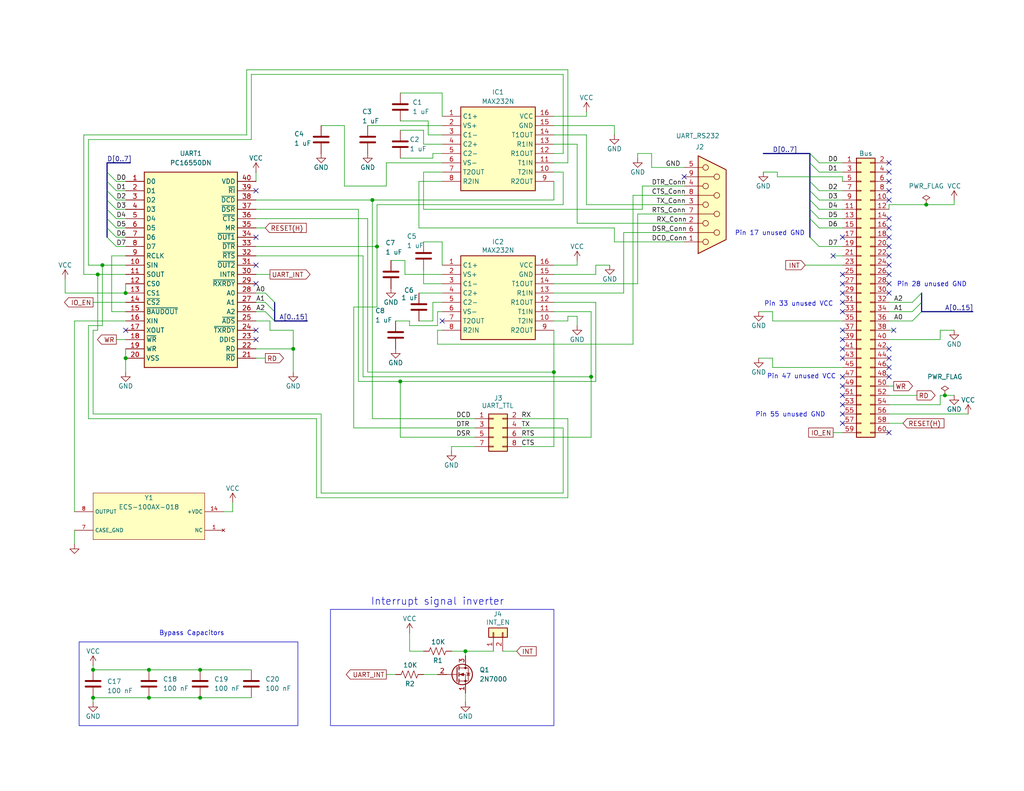
<source format=kicad_sch>
(kicad_sch (version 20231120) (generator "eeschema") (generator_version "8.0")
  (paper "A")
  (title_block (title "Kludge Serial Card") (rev "1.0"))
  (lib_symbols
    (symbol "Connector:DE9_Receptacle" (pin_names (offset 1.016) hide)
      (property "Reference" "J" (at 0 13.97 0))
      (property "Value" "DE9_Receptacle" (at 0 -14.605 0))
      (symbol "DE9_Receptacle_1_1"
        (pin passive line (at -7.62 10.16 0) (length 3.81) (name "1") (number "1"))
        (pin passive line (at -7.62 5.08 0) (length 3.81) (name "2") (number "2"))
        (pin passive line (at -7.62 0 0) (length 3.81) (name "3") (number "3"))
        (pin passive line (at -7.62 -5.08 0) (length 3.81) (name "4") (number "4"))
        (pin passive line (at -7.62 -10.16 0) (length 3.81) (name "5") (number "5"))
        (pin passive line (at -7.62 7.62 0) (length 3.81) (name "6") (number "6"))
        (pin passive line (at -7.62 2.54 0) (length 3.81) (name "7") (number "7"))
        (pin passive line (at -7.62 -2.54 0) (length 3.81) (name "8") (number "8"))
        (pin passive line (at -7.62 -7.62 0) (length 3.81) (name "9") (number "9"))
      )
    )
    (symbol "Connector_Generic:Conn_01x02" (pin_names (offset 1.016) hide)
      (property "Reference" "J" (at 0 2.54 0))
      (property "Value" "Conn_01x02" (at 0 -5.08 0))
      (symbol "Conn_01x02_1_1"
        (pin passive line (at -5.08 0 0) (length 3.81) (name "Pin_1") (number "1"))
        (pin passive line (at -5.08 -2.54 0) (length 3.81) (name "Pin_2") (number "2"))
      )
    )
    (symbol "Connector_Generic:Conn_02x04_Odd_Even" (pin_names (offset 1.016) hide)
      (property "Reference" "J" (at 1.27 5.08 0))
      (property "Value" "Conn_02x04_Odd_Even" (at 1.27 -7.62 0))
      (symbol "Conn_02x04_Odd_Even_1_1"
        (pin passive line (at -5.08 2.54 0) (length 3.81) (name "Pin_1") (number "1"))
        (pin passive line (at 7.62 2.54 180) (length 3.81) (name "Pin_2") (number "2"))
        (pin passive line (at -5.08 0 0) (length 3.81) (name "Pin_3") (number "3"))
        (pin passive line (at 7.62 0 180) (length 3.81) (name "Pin_4") (number "4"))
        (pin passive line (at -5.08 -2.54 0) (length 3.81) (name "Pin_5") (number "5"))
        (pin passive line (at 7.62 -2.54 180) (length 3.81) (name "Pin_6") (number "6"))
        (pin passive line (at -5.08 -5.08 0) (length 3.81) (name "Pin_7") (number "7"))
        (pin passive line (at 7.62 -5.08 180) (length 3.81) (name "Pin_8") (number "8"))
      )
    )
    (symbol "Connector_Generic:Conn_02x30_Odd_Even" (pin_names (offset 1.016) hide)
      (property "Reference" "J" (at 1.27 38.1 0))
      (property "Value" "Conn_02x30_Odd_Even" (at 1.27 -40.64 0))
      (symbol "Conn_02x30_Odd_Even_1_1"
        (pin passive line (at -5.08 35.56 0) (length 3.81) (name "Pin_1") (number "1"))
        (pin passive line (at 7.62 25.4 180) (length 3.81) (name "Pin_10") (number "10"))
        (pin passive line (at -5.08 22.86 0) (length 3.81) (name "Pin_11") (number "11"))
        (pin passive line (at 7.62 22.86 180) (length 3.81) (name "Pin_12") (number "12"))
        (pin passive line (at -5.08 20.32 0) (length 3.81) (name "Pin_13") (number "13"))
        (pin passive line (at 7.62 20.32 180) (length 3.81) (name "Pin_14") (number "14"))
        (pin passive line (at -5.08 17.78 0) (length 3.81) (name "Pin_15") (number "15"))
        (pin passive line (at 7.62 17.78 180) (length 3.81) (name "Pin_16") (number "16"))
        (pin passive line (at -5.08 15.24 0) (length 3.81) (name "Pin_17") (number "17"))
        (pin passive line (at 7.62 15.24 180) (length 3.81) (name "Pin_18") (number "18"))
        (pin passive line (at -5.08 12.7 0) (length 3.81) (name "Pin_19") (number "19"))
        (pin passive line (at 7.62 35.56 180) (length 3.81) (name "Pin_2") (number "2"))
        (pin passive line (at 7.62 12.7 180) (length 3.81) (name "Pin_20") (number "20"))
        (pin passive line (at -5.08 10.16 0) (length 3.81) (name "Pin_21") (number "21"))
        (pin passive line (at 7.62 10.16 180) (length 3.81) (name "Pin_22") (number "22"))
        (pin passive line (at -5.08 7.62 0) (length 3.81) (name "Pin_23") (number "23"))
        (pin passive line (at 7.62 7.62 180) (length 3.81) (name "Pin_24") (number "24"))
        (pin passive line (at -5.08 5.08 0) (length 3.81) (name "Pin_25") (number "25"))
        (pin passive line (at 7.62 5.08 180) (length 3.81) (name "Pin_26") (number "26"))
        (pin passive line (at -5.08 2.54 0) (length 3.81) (name "Pin_27") (number "27"))
        (pin passive line (at 7.62 2.54 180) (length 3.81) (name "Pin_28") (number "28"))
        (pin passive line (at -5.08 0 0) (length 3.81) (name "Pin_29") (number "29"))
        (pin passive line (at -5.08 33.02 0) (length 3.81) (name "Pin_3") (number "3"))
        (pin passive line (at 7.62 0 180) (length 3.81) (name "Pin_30") (number "30"))
        (pin passive line (at -5.08 -2.54 0) (length 3.81) (name "Pin_31") (number "31"))
        (pin passive line (at 7.62 -2.54 180) (length 3.81) (name "Pin_32") (number "32"))
        (pin passive line (at -5.08 -5.08 0) (length 3.81) (name "Pin_33") (number "33"))
        (pin passive line (at 7.62 -5.08 180) (length 3.81) (name "Pin_34") (number "34"))
        (pin passive line (at -5.08 -7.62 0) (length 3.81) (name "Pin_35") (number "35"))
        (pin passive line (at 7.62 -7.62 180) (length 3.81) (name "Pin_36") (number "36"))
        (pin passive line (at -5.08 -10.16 0) (length 3.81) (name "Pin_37") (number "37"))
        (pin passive line (at 7.62 -10.16 180) (length 3.81) (name "Pin_38") (number "38"))
        (pin passive line (at -5.08 -12.7 0) (length 3.81) (name "Pin_39") (number "39"))
        (pin passive line (at 7.62 33.02 180) (length 3.81) (name "Pin_4") (number "4"))
        (pin passive line (at 7.62 -12.7 180) (length 3.81) (name "Pin_40") (number "40"))
        (pin passive line (at -5.08 -15.24 0) (length 3.81) (name "Pin_41") (number "41"))
        (pin passive line (at 7.62 -15.24 180) (length 3.81) (name "Pin_42") (number "42"))
        (pin passive line (at -5.08 -17.78 0) (length 3.81) (name "Pin_43") (number "43"))
        (pin passive line (at 7.62 -17.78 180) (length 3.81) (name "Pin_44") (number "44"))
        (pin passive line (at -5.08 -20.32 0) (length 3.81) (name "Pin_45") (number "45"))
        (pin passive line (at 7.62 -20.32 180) (length 3.81) (name "Pin_46") (number "46"))
        (pin passive line (at -5.08 -22.86 0) (length 3.81) (name "Pin_47") (number "47"))
        (pin passive line (at 7.62 -22.86 180) (length 3.81) (name "Pin_48") (number "48"))
        (pin passive line (at -5.08 -25.4 0) (length 3.81) (name "Pin_49") (number "49"))
        (pin passive line (at -5.08 30.48 0) (length 3.81) (name "Pin_5") (number "5"))
        (pin passive line (at 7.62 -25.4 180) (length 3.81) (name "Pin_50") (number "50"))
        (pin passive line (at -5.08 -27.94 0) (length 3.81) (name "Pin_51") (number "51"))
        (pin passive line (at 7.62 -27.94 180) (length 3.81) (name "Pin_52") (number "52"))
        (pin passive line (at -5.08 -30.48 0) (length 3.81) (name "Pin_53") (number "53"))
        (pin passive line (at 7.62 -30.48 180) (length 3.81) (name "Pin_54") (number "54"))
        (pin passive line (at -5.08 -33.02 0) (length 3.81) (name "Pin_55") (number "55"))
        (pin passive line (at 7.62 -33.02 180) (length 3.81) (name "Pin_56") (number "56"))
        (pin passive line (at -5.08 -35.56 0) (length 3.81) (name "Pin_57") (number "57"))
        (pin passive line (at 7.62 -35.56 180) (length 3.81) (name "Pin_58") (number "58"))
        (pin passive line (at -5.08 -38.1 0) (length 3.81) (name "Pin_59") (number "59"))
        (pin passive line (at 7.62 30.48 180) (length 3.81) (name "Pin_6") (number "6"))
        (pin passive line (at 7.62 -38.1 180) (length 3.81) (name "Pin_60") (number "60"))
        (pin passive line (at -5.08 27.94 0) (length 3.81) (name "Pin_7") (number "7"))
        (pin passive line (at 7.62 27.94 180) (length 3.81) (name "Pin_8") (number "8"))
        (pin passive line (at -5.08 25.4 0) (length 3.81) (name "Pin_9") (number "9"))
      )
    )
    (symbol "Device:C" (pin_numbers hide) (pin_names (offset 0.254))
      (property "Reference" "C" (at 0.635 2.54 0))
      (property "Value" "C" (at 0.635 -2.54 0))
      (symbol "C_1_1"
        (pin passive line (at 0 3.81 270) (length 2.794) (name "~") (number "1"))
        (pin passive line (at 0 -3.81 90) (length 2.794) (name "~") (number "2"))
      )
    )
    (symbol "Device:R_US" (pin_numbers hide) (pin_names (offset 0))
      (property "Reference" "R" (at 2.54 0 90))
      (property "Value" "R_US" (at -2.54 0 90))
      (symbol "R_US_1_1"
        (pin passive line (at 0 3.81 270) (length 1.27) (name "~") (number "1"))
        (pin passive line (at 0 -3.81 90) (length 1.27) (name "~") (number "2"))
      )
    )
    (symbol "Transistor_FET:2N7000" (pin_names hide)
      (property "Reference" "Q" (at 5.08 1.905 0))
      (property "Value" "2N7000" (at 5.08 0 0))
      (symbol "2N7000_1_1"
        (pin passive line (at 2.54 -5.08 90) (length 2.54) (name "S") (number "1"))
        (pin input line (at -5.08 0 0) (length 2.54) (name "G") (number "2"))
        (pin passive line (at 2.54 5.08 270) (length 2.54) (name "D") (number "3"))
      )
    )
    (symbol "Z80-Parts:ECS-100AX-018"
      (property "Reference" "U" (at 0 7.112 0))
      (symbol "ECS-100AX-018_0_0"
        (pin input line (at -20.32 1.27 0) (length 5.08) (name "+VDC") (number "14"))
        (pin power_in line (at 20.32 -3.81 180) (length 5.08) (name "CASE_GND") (number "7"))
        (pin output line (at 20.32 1.27 180) (length 5.08) (name "OUTPUT") (number "8"))
      )
      (symbol "ECS-100AX-018_1_0"
        (pin no_connect line (at -20.32 -3.81 0) (length 5.08) (name "NC") (number "1"))
      )
    )
    (symbol "Z80-Parts:MAX232N"
      (property "Reference" "IC" (at 26.67 7.62 0))
      (property "Value" "MAX232N" (at 26.67 5.08 0))
      (symbol "MAX232N_1_1"
        (pin passive line (at 0 0 0) (length 5.08) (name "C1+") (number "1"))
        (pin passive line (at 30.48 -15.24 180) (length 5.08) (name "T2IN") (number "10"))
        (pin passive line (at 30.48 -12.7 180) (length 5.08) (name "T1IN") (number "11"))
        (pin passive line (at 30.48 -10.16 180) (length 5.08) (name "R1OUT") (number "12"))
        (pin passive line (at 30.48 -7.62 180) (length 5.08) (name "R1IN") (number "13"))
        (pin passive line (at 30.48 -5.08 180) (length 5.08) (name "T1OUT") (number "14"))
        (pin passive line (at 30.48 -2.54 180) (length 5.08) (name "GND") (number "15"))
        (pin passive line (at 30.48 0 180) (length 5.08) (name "VCC") (number "16"))
        (pin passive line (at 0 -2.54 0) (length 5.08) (name "VS+") (number "2"))
        (pin passive line (at 0 -5.08 0) (length 5.08) (name "C1-") (number "3"))
        (pin passive line (at 0 -7.62 0) (length 5.08) (name "C2+") (number "4"))
        (pin passive line (at 0 -10.16 0) (length 5.08) (name "C2-") (number "5"))
        (pin passive line (at 0 -12.7 0) (length 5.08) (name "VS-") (number "6"))
        (pin passive line (at 0 -15.24 0) (length 5.08) (name "T2OUT") (number "7"))
        (pin passive line (at 0 -17.78 0) (length 5.08) (name "R2IN") (number "8"))
        (pin passive line (at 30.48 -17.78 180) (length 5.08) (name "R2OUT") (number "9"))
      )
    )
    (symbol "Z80-Parts:PC16550DN_NOPB"
      (property "Reference" "IC" (at 31.75 7.62 0))
      (property "Value" "PC16550DN_NOPB" (at 31.75 5.08 0))
      (symbol "PC16550DN_NOPB_1_1"
        (pin passive line (at 0 0 0) (length 5.08) (name "D0") (number "1"))
        (pin passive line (at 0 -22.86 0) (length 5.08) (name "SIN") (number "10"))
        (pin passive line (at 0 -25.4 0) (length 5.08) (name "SOUT") (number "11"))
        (pin passive line (at 0 -27.94 0) (length 5.08) (name "CS0") (number "12"))
        (pin passive line (at 0 -30.48 0) (length 5.08) (name "CS1") (number "13"))
        (pin passive line (at 0 -33.02 0) (length 5.08) (name "~{CS2}") (number "14"))
        (pin passive line (at 0 -35.56 0) (length 5.08) (name "~{BAUDOUT}") (number "15"))
        (pin passive line (at 0 -38.1 0) (length 5.08) (name "XIN") (number "16"))
        (pin passive line (at 0 -40.64 0) (length 5.08) (name "XOUT") (number "17"))
        (pin passive line (at 0 -43.18 0) (length 5.08) (name "~{WR}") (number "18"))
        (pin passive line (at 0 -45.72 0) (length 5.08) (name "WR") (number "19"))
        (pin passive line (at 0 -2.54 0) (length 5.08) (name "D1") (number "2"))
        (pin passive line (at 0 -48.26 0) (length 5.08) (name "VSS") (number "20"))
        (pin passive line (at 35.56 -48.26 180) (length 5.08) (name "~{RD}") (number "21"))
        (pin passive line (at 35.56 -45.72 180) (length 5.08) (name "RD") (number "22"))
        (pin passive line (at 35.56 -43.18 180) (length 5.08) (name "DDIS") (number "23"))
        (pin passive line (at 35.56 -40.64 180) (length 5.08) (name "~{TXRDY}") (number "24"))
        (pin passive line (at 35.56 -38.1 180) (length 5.08) (name "~{ADS}") (number "25"))
        (pin passive line (at 35.56 -35.56 180) (length 5.08) (name "A2") (number "26"))
        (pin passive line (at 35.56 -33.02 180) (length 5.08) (name "A1") (number "27"))
        (pin passive line (at 35.56 -30.48 180) (length 5.08) (name "A0") (number "28"))
        (pin passive line (at 35.56 -27.94 180) (length 5.08) (name "~{RXRDY}") (number "29"))
        (pin passive line (at 0 -5.08 0) (length 5.08) (name "D2") (number "3"))
        (pin passive line (at 35.56 -25.4 180) (length 5.08) (name "INTR") (number "30"))
        (pin passive line (at 35.56 -22.86 180) (length 5.08) (name "~{OUT2}") (number "31"))
        (pin passive line (at 35.56 -20.32 180) (length 5.08) (name "~{RTS}") (number "32"))
        (pin passive line (at 35.56 -17.78 180) (length 5.08) (name "~{DTR}") (number "33"))
        (pin passive line (at 35.56 -15.24 180) (length 5.08) (name "~{OUT1}") (number "34"))
        (pin passive line (at 35.56 -12.7 180) (length 5.08) (name "MR") (number "35"))
        (pin passive line (at 35.56 -10.16 180) (length 5.08) (name "~{CTS}") (number "36"))
        (pin passive line (at 35.56 -7.62 180) (length 5.08) (name "~{DSR}") (number "37"))
        (pin passive line (at 35.56 -5.08 180) (length 5.08) (name "~{DCD}") (number "38"))
        (pin passive line (at 35.56 -2.54 180) (length 5.08) (name "~{RI}") (number "39"))
        (pin passive line (at 0 -7.62 0) (length 5.08) (name "D3") (number "4"))
        (pin passive line (at 35.56 0 180) (length 5.08) (name "VDD") (number "40"))
        (pin passive line (at 0 -10.16 0) (length 5.08) (name "D4") (number "5"))
        (pin passive line (at 0 -12.7 0) (length 5.08) (name "D5") (number "6"))
        (pin passive line (at 0 -15.24 0) (length 5.08) (name "D6") (number "7"))
        (pin passive line (at 0 -17.78 0) (length 5.08) (name "D7") (number "8"))
        (pin passive line (at 0 -20.32 0) (length 5.08) (name "RCLK") (number "9"))
      )
    )
    (symbol "power:GND" (power) (pin_numbers hide) (pin_names (offset 0) hide)
      (property "Value" "GND" (at 0 -3.81 0))
      (symbol "GND_1_1"
        (pin power_in line (at 0 0 270) (length 0) (name "~") (number "1"))
      )
    )
    (symbol "power:PWR_FLAG" (power) (pin_numbers hide) (pin_names (offset 0) hide)
      (property "Value" "PWR_FLAG" (at 0 3.81 0))
      (symbol "PWR_FLAG_0_0"
        (pin power_out line (at 0 0 90) (length 0) (name "~") (number "1"))
      )
    )
    (symbol "power:VCC" (power) (pin_numbers hide) (pin_names (offset 0) hide)
      (property "Value" "VCC" (at 0 3.556 0))
      (symbol "VCC_1_1"
        (pin power_in line (at 0 0 90) (length 0) (name "~") (number "1"))
      )
    )
  )
  (junction (at 40.64 182.88))
  (junction (at 54.61 182.88))
  (junction (at 27.94 72.39))
  (junction (at 257.81 107.95))
  (junction (at 252.73 55.88))
  (junction (at 102.87 67.31))
  (junction (at 101.6 54.61))
  (junction (at 109.22 104.14))
  (junction (at 54.61 190.5))
  (junction (at 80.01 95.25))
  (junction (at 161.29 102.87))
  (junction (at 151.13 101.6))
  (junction (at 34.29 80.01))
  (junction (at 34.29 97.79))
  (junction (at 25.4 190.5))
  (junction (at 127 177.8))
  (junction (at 25.4 182.88))
  (junction (at 40.64 190.5))
  (junction (at 26.67 74.93))
  (no_connect (at 242.57 80.01))
  (no_connect (at 229.87 97.79))
  (no_connect (at 242.57 64.77))
  (no_connect (at 242.57 118.11))
  (no_connect (at 229.87 92.71))
  (no_connect (at 229.87 102.87))
  (no_connect (at 242.57 95.25))
  (no_connect (at 229.87 90.17))
  (no_connect (at 229.87 105.41))
  (no_connect (at 186.69 48.26))
  (no_connect (at 242.57 59.69))
  (no_connect (at 229.87 77.47))
  (no_connect (at 242.57 74.93))
  (no_connect (at 242.57 69.85))
  (no_connect (at 69.85 77.47))
  (no_connect (at 242.57 44.45))
  (no_connect (at 242.57 67.31))
  (no_connect (at 229.87 80.01))
  (no_connect (at 242.57 72.39))
  (no_connect (at 243.84 90.17))
  (no_connect (at 229.87 115.57))
  (no_connect (at 227.33 69.85))
  (no_connect (at 229.87 64.77))
  (no_connect (at 229.87 95.25))
  (no_connect (at 229.87 82.55))
  (no_connect (at 229.87 110.49))
  (no_connect (at 34.29 90.17))
  (no_connect (at 69.85 52.07))
  (no_connect (at 242.57 46.99))
  (no_connect (at 242.57 97.79))
  (no_connect (at 69.85 72.39))
  (no_connect (at 242.57 77.47))
  (no_connect (at 242.57 102.87))
  (no_connect (at 242.57 49.53))
  (no_connect (at 120.65 87.63))
  (no_connect (at 229.87 85.09))
  (no_connect (at 242.57 54.61))
  (no_connect (at 229.87 74.93))
  (no_connect (at 229.87 113.03))
  (no_connect (at 242.57 100.33))
  (no_connect (at 242.57 62.23))
  (no_connect (at 242.57 52.07))
  (no_connect (at 69.85 92.71))
  (no_connect (at 229.87 107.95))
  (no_connect (at 69.85 64.77))
  (no_connect (at 69.85 90.17))
  (bus_entry (at 72.39 85.09) (size 2.54 2.54))
  (bus_entry (at 248.92 85.09) (size 2.54 -2.54))
  (bus_entry (at 29.21 57.15) (size 2.54 2.54))
  (bus_entry (at 220.98 41.91) (size 2.54 2.54))
  (bus_entry (at 220.98 49.53) (size 2.54 2.54))
  (bus_entry (at 29.21 46.99) (size 2.54 2.54))
  (bus_entry (at 29.21 59.69) (size 2.54 2.54))
  (bus_entry (at 220.98 64.77) (size 2.54 2.54))
  (bus_entry (at 72.39 80.01) (size 2.54 2.54))
  (bus_entry (at 220.98 44.45) (size 2.54 2.54))
  (bus_entry (at 29.21 64.77) (size 2.54 2.54))
  (bus_entry (at 220.98 54.61) (size 2.54 2.54))
  (bus_entry (at 220.98 59.69) (size 2.54 2.54))
  (bus_entry (at 29.21 54.61) (size 2.54 2.54))
  (bus_entry (at 248.92 87.63) (size 2.54 -2.54))
  (bus_entry (at 29.21 62.23) (size 2.54 2.54))
  (bus_entry (at 29.21 49.53) (size 2.54 2.54))
  (bus_entry (at 72.39 82.55) (size 2.54 2.54))
  (bus_entry (at 248.92 82.55) (size 2.54 -2.54))
  (bus_entry (at 220.98 52.07) (size 2.54 2.54))
  (bus_entry (at 29.21 52.07) (size 2.54 2.54))
  (bus_entry (at 220.98 57.15) (size 2.54 2.54))
  (wire (pts (xy 229.87 52.07) (xy 223.52 52.07)))
  (wire (pts (xy 54.61 190.5) (xy 68.58 190.5)))
  (wire (pts (xy 242.57 90.17) (xy 243.84 90.17)))
  (wire (pts (xy 153.67 55.88) (xy 102.87 55.88)))
  (wire (pts (xy 109.22 33.02) (xy 116.84 33.02)))
  (wire (pts (xy 170.18 63.5) (xy 170.18 80.01)))
  (wire (pts (xy 110.49 74.93) (xy 110.49 71.12)))
  (wire (pts (xy 242.57 55.88) (xy 252.73 55.88)))
  (wire (pts (xy 31.75 57.15) (xy 34.29 57.15)))
  (wire (pts (xy 212.09 48.26) (xy 212.09 46.99)))
  (wire (pts (xy 154.94 135.89) (xy 154.94 114.3)))
  (wire (pts (xy 27.94 72.39) (xy 27.94 88.9)))
  (wire (pts (xy 109.22 104.14) (xy 97.79 104.14)))
  (wire (pts (xy 256.54 92.71) (xy 256.54 90.17)))
  (wire (pts (xy 102.87 55.88) (xy 102.87 67.31)))
  (wire (pts (xy 256.54 90.17) (xy 260.35 90.17)))
  (wire (pts (xy 115.57 184.15) (xy 119.38 184.15)))
  (wire (pts (xy 248.92 82.55) (xy 242.57 82.55)))
  (wire (pts (xy 210.82 97.79) (xy 207.01 97.79)))
  (wire (pts (xy 160.02 31.75) (xy 151.13 31.75)))
  (wire (pts (xy 151.13 101.6) (xy 100.33 101.6)))
  (wire (pts (xy 210.82 87.63) (xy 210.82 85.09)))
  (bus (pts (xy 29.21 54.61) (xy 29.21 52.07)))
  (wire (pts (xy 242.57 107.95) (xy 250.19 107.95)))
  (wire (pts (xy 54.61 182.88) (xy 68.58 182.88)))
  (wire (pts (xy 111.76 88.9) (xy 111.76 87.63)))
  (wire (pts (xy 101.6 54.61) (xy 101.6 114.3)))
  (wire (pts (xy 123.19 123.19) (xy 123.19 121.92)))
  (wire (pts (xy 34.29 85.09) (xy 30.48 85.09)))
  (wire (pts (xy 154.94 86.36) (xy 157.48 86.36)))
  (wire (pts (xy 170.18 63.5) (xy 186.69 63.5)))
  (wire (pts (xy 101.6 54.61) (xy 69.85 54.61)))
  (wire (pts (xy 69.85 46.99) (xy 69.85 49.53)))
  (wire (pts (xy 242.57 113.03) (xy 264.16 113.03)))
  (wire (pts (xy 30.48 69.85) (xy 34.29 69.85)))
  (wire (pts (xy 157.48 39.37) (xy 151.13 39.37)))
  (wire (pts (xy 102.87 67.31) (xy 69.85 67.31)))
  (wire (pts (xy 242.57 115.57) (xy 246.38 115.57)))
  (wire (pts (xy 248.92 87.63) (xy 242.57 87.63)))
  (wire (pts (xy 31.75 52.07) (xy 34.29 52.07)))
  (wire (pts (xy 102.87 83.82) (xy 96.52 83.82)))
  (wire (pts (xy 115.57 57.15) (xy 175.26 57.15)))
  (bus (pts (xy 29.21 59.69) (xy 29.21 57.15)))
  (wire (pts (xy 151.13 82.55) (xy 162.56 82.55)))
  (wire (pts (xy 151.13 90.17) (xy 151.13 101.6)))
  (bus (pts (xy 220.98 52.07) (xy 220.98 54.61)))
  (wire (pts (xy 229.87 57.15) (xy 223.52 57.15)))
  (wire (pts (xy 248.92 85.09) (xy 242.57 85.09)))
  (wire (pts (xy 242.57 110.49) (xy 256.54 110.49)))
  (wire (pts (xy 34.29 92.71) (xy 31.75 92.71)))
  (wire (pts (xy 256.54 110.49) (xy 256.54 107.95)))
  (wire (pts (xy 111.76 172.72) (xy 111.76 177.8)))
  (wire (pts (xy 242.57 55.88) (xy 242.57 57.15)))
  (wire (pts (xy 212.09 48.26) (xy 229.87 48.26)))
  (wire (pts (xy 25.4 181.61) (xy 25.4 182.88)))
  (wire (pts (xy 100.33 34.29) (xy 120.65 34.29)))
  (wire (pts (xy 242.57 92.71) (xy 256.54 92.71)))
  (bus (pts (xy 220.98 59.69) (xy 220.98 64.77)))
  (wire (pts (xy 22.86 36.83) (xy 67.31 36.83)))
  (wire (pts (xy 229.87 48.26) (xy 229.87 49.53)))
  (wire (pts (xy 86.36 114.3) (xy 86.36 135.89)))
  (bus (pts (xy 74.93 85.09) (xy 74.93 87.63)))
  (wire (pts (xy 118.11 43.18) (xy 118.11 41.91)))
  (bus (pts (xy 29.21 52.07) (xy 29.21 49.53)))
  (wire (pts (xy 119.38 88.9) (xy 111.76 88.9)))
  (wire (pts (xy 24.13 38.1) (xy 68.58 38.1)))
  (wire (pts (xy 105.41 44.45) (xy 105.41 50.8)))
  (wire (pts (xy 162.56 82.55) (xy 162.56 104.14)))
  (wire (pts (xy 34.29 77.47) (xy 34.29 80.01)))
  (wire (pts (xy 69.85 85.09) (xy 72.39 85.09)))
  (wire (pts (xy 154.94 19.05) (xy 67.31 19.05)))
  (wire (pts (xy 160.02 36.83) (xy 151.13 36.83)))
  (wire (pts (xy 151.13 46.99) (xy 153.67 46.99)))
  (wire (pts (xy 120.65 44.45) (xy 105.41 44.45)))
  (wire (pts (xy 173.99 43.18) (xy 173.99 41.91)))
  (wire (pts (xy 118.11 87.63) (xy 118.11 82.55)))
  (wire (pts (xy 210.82 87.63) (xy 229.87 87.63)))
  (bus (pts (xy 251.46 82.55) (xy 251.46 80.01)))
  (wire (pts (xy 167.64 34.29) (xy 167.64 36.83)))
  (wire (pts (xy 115.57 73.66) (xy 115.57 77.47)))
  (bus (pts (xy 220.98 54.61) (xy 220.98 57.15)))
  (wire (pts (xy 210.82 85.09) (xy 207.01 85.09)))
  (wire (pts (xy 116.84 36.83) (xy 120.65 36.83)))
  (bus (pts (xy 251.46 85.09) (xy 251.46 82.55)))
  (wire (pts (xy 153.67 20.32) (xy 68.58 20.32)))
  (wire (pts (xy 175.26 50.8) (xy 186.69 50.8)))
  (wire (pts (xy 227.33 118.11) (xy 229.87 118.11)))
  (wire (pts (xy 120.65 74.93) (xy 110.49 74.93)))
  (wire (pts (xy 24.13 88.9) (xy 24.13 114.3)))
  (wire (pts (xy 120.65 46.99) (xy 115.57 46.99)))
  (wire (pts (xy 100.33 59.69) (xy 69.85 59.69)))
  (wire (pts (xy 20.32 87.63) (xy 34.29 87.63)))
  (wire (pts (xy 114.3 80.01) (xy 120.65 80.01)))
  (wire (pts (xy 162.56 104.14) (xy 109.22 104.14)))
  (wire (pts (xy 40.64 182.88) (xy 54.61 182.88)))
  (wire (pts (xy 115.57 66.04) (xy 120.65 66.04)))
  (wire (pts (xy 100.33 101.6) (xy 100.33 59.69)))
  (bus (pts (xy 220.98 41.91) (xy 220.98 44.45)))
  (bus (pts (xy 220.98 57.15) (xy 220.98 59.69)))
  (wire (pts (xy 153.67 46.99) (xy 153.67 55.88)))
  (wire (pts (xy 34.29 95.25) (xy 34.29 97.79)))
  (wire (pts (xy 229.87 44.45) (xy 223.52 44.45)))
  (wire (pts (xy 153.67 134.62) (xy 153.67 116.84)))
  (wire (pts (xy 162.56 72.39) (xy 166.37 72.39)))
  (wire (pts (xy 69.85 82.55) (xy 72.39 82.55)))
  (wire (pts (xy 119.38 90.17) (xy 120.65 90.17)))
  (wire (pts (xy 69.85 80.01) (xy 72.39 80.01)))
  (wire (pts (xy 157.48 72.39) (xy 151.13 72.39)))
  (wire (pts (xy 111.76 177.8) (xy 115.57 177.8)))
  (wire (pts (xy 151.13 87.63) (xy 154.94 87.63)))
  (wire (pts (xy 120.65 85.09) (xy 119.38 85.09)))
  (wire (pts (xy 210.82 100.33) (xy 210.82 97.79)))
  (wire (pts (xy 172.72 53.34) (xy 186.69 53.34)))
  (wire (pts (xy 116.84 33.02) (xy 116.84 36.83)))
  (wire (pts (xy 69.85 87.63) (xy 73.66 87.63)))
  (wire (pts (xy 123.19 121.92) (xy 129.54 121.92)))
  (wire (pts (xy 69.85 97.79) (xy 72.39 97.79)))
  (wire (pts (xy 229.87 46.99) (xy 223.52 46.99)))
  (wire (pts (xy 151.13 74.93) (xy 162.56 74.93)))
  (wire (pts (xy 31.75 62.23) (xy 34.29 62.23)))
  (wire (pts (xy 167.64 66.04) (xy 167.64 62.23)))
  (wire (pts (xy 34.29 97.79) (xy 34.29 101.6)))
  (wire (pts (xy 157.48 86.36) (xy 157.48 88.9)))
  (wire (pts (xy 93.98 34.29) (xy 87.63 34.29)))
  (wire (pts (xy 20.32 144.78) (xy 20.32 148.59)))
  (wire (pts (xy 257.81 107.95) (xy 260.35 107.95)))
  (wire (pts (xy 229.87 62.23) (xy 223.52 62.23)))
  (wire (pts (xy 260.35 55.88) (xy 260.35 54.61)))
  (wire (pts (xy 25.4 113.03) (xy 87.63 113.03)))
  (wire (pts (xy 25.4 191.77) (xy 25.4 190.5)))
  (wire (pts (xy 154.94 87.63) (xy 154.94 86.36)))
  (wire (pts (xy 127 177.8) (xy 134.62 177.8)))
  (wire (pts (xy 151.13 49.53) (xy 151.13 54.61)))
  (wire (pts (xy 118.11 82.55) (xy 120.65 82.55)))
  (wire (pts (xy 99.06 102.87) (xy 161.29 102.87)))
  (wire (pts (xy 17.78 80.01) (xy 34.29 80.01)))
  (wire (pts (xy 68.58 20.32) (xy 68.58 38.1)))
  (wire (pts (xy 73.66 90.17) (xy 80.01 90.17)))
  (wire (pts (xy 24.13 114.3) (xy 86.36 114.3)))
  (wire (pts (xy 151.13 77.47) (xy 173.99 77.47)))
  (wire (pts (xy 119.38 93.98) (xy 119.38 90.17)))
  (wire (pts (xy 34.29 74.93) (xy 26.67 74.93)))
  (wire (pts (xy 229.87 59.69) (xy 223.52 59.69)))
  (wire (pts (xy 110.49 71.12) (xy 106.68 71.12)))
  (wire (pts (xy 27.94 88.9) (xy 24.13 88.9)))
  (wire (pts (xy 27.94 72.39) (xy 24.13 72.39)))
  (bus (pts (xy 208.28 41.91) (xy 220.98 41.91)))
  (wire (pts (xy 173.99 58.42) (xy 186.69 58.42)))
  (wire (pts (xy 73.66 87.63) (xy 73.66 90.17)))
  (wire (pts (xy 109.22 119.38) (xy 129.54 119.38)))
  (wire (pts (xy 153.67 41.91) (xy 153.67 20.32)))
  (wire (pts (xy 17.78 76.2) (xy 17.78 80.01)))
  (wire (pts (xy 114.3 49.53) (xy 114.3 62.23)))
  (wire (pts (xy 109.22 25.4) (xy 120.65 25.4)))
  (wire (pts (xy 120.65 25.4) (xy 120.65 31.75)))
  (wire (pts (xy 25.4 182.88) (xy 40.64 182.88)))
  (wire (pts (xy 120.65 66.04) (xy 120.65 72.39)))
  (wire (pts (xy 212.09 46.99) (xy 208.28 46.99)))
  (wire (pts (xy 161.29 119.38) (xy 142.24 119.38)))
  (wire (pts (xy 114.3 49.53) (xy 120.65 49.53)))
  (wire (pts (xy 96.52 116.84) (xy 129.54 116.84)))
  (wire (pts (xy 109.22 35.56) (xy 115.57 35.56)))
  (wire (pts (xy 142.24 121.92) (xy 151.13 121.92)))
  (wire (pts (xy 105.41 50.8) (xy 93.98 50.8)))
  (wire (pts (xy 25.4 190.5) (xy 40.64 190.5)))
  (wire (pts (xy 87.63 113.03) (xy 87.63 134.62)))
  (wire (pts (xy 227.33 69.85) (xy 229.87 69.85)))
  (wire (pts (xy 87.63 134.62) (xy 153.67 134.62)))
  (wire (pts (xy 26.67 90.17) (xy 25.4 90.17)))
  (wire (pts (xy 167.64 66.04) (xy 186.69 66.04)))
  (wire (pts (xy 157.48 71.12) (xy 157.48 72.39)))
  (wire (pts (xy 114.3 87.63) (xy 118.11 87.63)))
  (wire (pts (xy 99.06 102.87) (xy 99.06 69.85)))
  (wire (pts (xy 97.79 104.14) (xy 97.79 57.15)))
  (wire (pts (xy 69.85 74.93) (xy 73.66 74.93)))
  (wire (pts (xy 160.02 30.48) (xy 160.02 31.75)))
  (wire (pts (xy 80.01 90.17) (xy 80.01 95.25)))
  (wire (pts (xy 31.75 49.53) (xy 34.29 49.53)))
  (wire (pts (xy 24.13 72.39) (xy 24.13 38.1)))
  (bus (pts (xy 29.21 44.45) (xy 35.56 44.45)))
  (wire (pts (xy 31.75 59.69) (xy 34.29 59.69)))
  (wire (pts (xy 151.13 44.45) (xy 154.94 44.45)))
  (wire (pts (xy 177.8 41.91) (xy 177.8 45.72)))
  (wire (pts (xy 154.94 44.45) (xy 154.94 19.05)))
  (wire (pts (xy 26.67 74.93) (xy 26.67 90.17)))
  (wire (pts (xy 69.85 62.23) (xy 72.39 62.23)))
  (wire (pts (xy 151.13 34.29) (xy 167.64 34.29)))
  (wire (pts (xy 175.26 57.15) (xy 175.26 50.8)))
  (wire (pts (xy 229.87 54.61) (xy 223.52 54.61)))
  (wire (pts (xy 229.87 72.39) (xy 219.71 72.39)))
  (wire (pts (xy 151.13 41.91) (xy 153.67 41.91)))
  (bus (pts (xy 74.93 87.63) (xy 83.82 87.63)))
  (wire (pts (xy 69.85 69.85) (xy 99.06 69.85)))
  (wire (pts (xy 142.24 116.84) (xy 153.67 116.84)))
  (wire (pts (xy 252.73 55.88) (xy 260.35 55.88)))
  (wire (pts (xy 63.5 139.7) (xy 60.96 139.7)))
  (wire (pts (xy 67.31 19.05) (xy 67.31 36.83)))
  (wire (pts (xy 20.32 139.7) (xy 20.32 87.63)))
  (wire (pts (xy 101.6 114.3) (xy 129.54 114.3)))
  (bus (pts (xy 29.21 64.77) (xy 29.21 62.23)))
  (wire (pts (xy 137.16 177.8) (xy 140.97 177.8)))
  (wire (pts (xy 123.19 177.8) (xy 127 177.8)))
  (wire (pts (xy 161.29 85.09) (xy 161.29 102.87)))
  (wire (pts (xy 173.99 41.91) (xy 177.8 41.91)))
  (wire (pts (xy 63.5 137.16) (xy 63.5 139.7)))
  (bus (pts (xy 74.93 82.55) (xy 74.93 85.09)))
  (wire (pts (xy 177.8 45.72) (xy 186.69 45.72)))
  (wire (pts (xy 109.22 43.18) (xy 118.11 43.18)))
  (wire (pts (xy 40.64 190.5) (xy 54.61 190.5)))
  (wire (pts (xy 127 191.77) (xy 127 189.23)))
  (wire (pts (xy 160.02 55.88) (xy 186.69 55.88)))
  (wire (pts (xy 120.65 77.47) (xy 115.57 77.47)))
  (wire (pts (xy 96.52 83.82) (xy 96.52 116.84)))
  (wire (pts (xy 31.75 54.61) (xy 34.29 54.61)))
  (wire (pts (xy 142.24 114.3) (xy 154.94 114.3)))
  (wire (pts (xy 86.36 135.89) (xy 154.94 135.89)))
  (wire (pts (xy 157.48 60.96) (xy 157.48 39.37)))
  (wire (pts (xy 229.87 67.31) (xy 223.52 67.31)))
  (bus (pts (xy 220.98 44.45) (xy 220.98 49.53)))
  (wire (pts (xy 31.75 64.77) (xy 34.29 64.77)))
  (wire (pts (xy 243.84 105.41) (xy 242.57 105.41)))
  (wire (pts (xy 160.02 55.88) (xy 160.02 36.83)))
  (wire (pts (xy 22.86 74.93) (xy 22.86 36.83)))
  (wire (pts (xy 30.48 85.09) (xy 30.48 69.85)))
  (wire (pts (xy 151.13 85.09) (xy 161.29 85.09)))
  (wire (pts (xy 173.99 58.42) (xy 173.99 77.47)))
  (wire (pts (xy 69.85 57.15) (xy 97.79 57.15)))
  (bus (pts (xy 251.46 85.09) (xy 265.43 85.09)))
  (wire (pts (xy 80.01 95.25) (xy 80.01 101.6)))
  (bus (pts (xy 29.21 46.99) (xy 29.21 44.45)))
  (wire (pts (xy 25.4 90.17) (xy 25.4 113.03)))
  (wire (pts (xy 151.13 54.61) (xy 101.6 54.61)))
  (wire (pts (xy 102.87 67.31) (xy 102.87 83.82)))
  (wire (pts (xy 111.76 87.63) (xy 107.95 87.63)))
  (wire (pts (xy 115.57 35.56) (xy 115.57 39.37)))
  (wire (pts (xy 93.98 50.8) (xy 93.98 34.29)))
  (wire (pts (xy 127 177.8) (xy 127 179.07)))
  (wire (pts (xy 31.75 67.31) (xy 34.29 67.31)))
  (wire (pts (xy 157.48 60.96) (xy 186.69 60.96)))
  (wire (pts (xy 118.11 41.91) (xy 120.65 41.91)))
  (wire (pts (xy 115.57 46.99) (xy 115.57 57.15)))
  (wire (pts (xy 119.38 85.09) (xy 119.38 88.9)))
  (wire (pts (xy 114.3 62.23) (xy 167.64 62.23)))
  (wire (pts (xy 210.82 100.33) (xy 229.87 100.33)))
  (wire (pts (xy 172.72 53.34) (xy 172.72 93.98)))
  (wire (pts (xy 172.72 93.98) (xy 119.38 93.98)))
  (wire (pts (xy 161.29 102.87) (xy 161.29 119.38)))
  (bus (pts (xy 29.21 57.15) (xy 29.21 54.61)))
  (bus (pts (xy 29.21 62.23) (xy 29.21 59.69)))
  (wire (pts (xy 256.54 107.95) (xy 257.81 107.95)))
  (wire (pts (xy 115.57 39.37) (xy 120.65 39.37)))
  (wire (pts (xy 162.56 74.93) (xy 162.56 72.39)))
  (bus (pts (xy 29.21 49.53) (xy 29.21 46.99)))
  (wire (pts (xy 69.85 95.25) (xy 80.01 95.25)))
  (wire (pts (xy 105.41 184.15) (xy 107.95 184.15)))
  (wire (pts (xy 170.18 80.01) (xy 151.13 80.01)))
  (bus (pts (xy 220.98 49.53) (xy 220.98 52.07)))
  (wire (pts (xy 26.67 74.93) (xy 22.86 74.93)))
  (wire (pts (xy 109.22 104.14) (xy 109.22 119.38)))
  (wire (pts (xy 151.13 101.6) (xy 151.13 121.92)))
  (wire (pts (xy 34.29 82.55) (xy 25.4 82.55)))
  (wire (pts (xy 34.29 72.39) (xy 27.94 72.39)))
  (rectangle (start 90.17 166.37) (end 151.13 198.12))
  (rectangle (start 21.59 175.26) (end 81.28 198.12))
  (text "Pin 47 unused VCC" (at 218.694 102.87 0) (effects (font (size 1.27 1.27))))
  (text "Pin 28 unused GND" (at 254.254 77.724 0) (effects (font (size 1.27 1.27))))
  (text "Pin 33 unused VCC" (at 217.932 83.058 0) (effects (font (size 1.27 1.27))))
  (text "Interrupt signal inverter" (at 119.38 164.338 0) (effects (font (size 2 2))))
  (text "Pin 55 unused GND" (at 215.646 113.284 0) (effects (font (size 1.27 1.27))))
  (text "Bypass Capacitors" (at 52.324 172.974 0) (effects (font (size 1.27 1.27))))
  (text "Pin 17 unused GND" (at 210.058 63.754 0) (effects (font (size 1.27 1.27))))
  (label "A[0..15]" (at 76.2 87.63 0))
  (label "DTR" (at 124.46 116.84 0))
  (label "D2" (at 31.75 54.61 0))
  (label "D1" (at 228.6 46.99 180))
  (label "D4" (at 31.75 59.69 0))
  (label "A2" (at 69.85 85.09 0))
  (label "CTS_Conn" (at 177.8 53.34 0))
  (label "A0" (at 246.38 87.63 180))
  (label "D5" (at 31.75 62.23 0))
  (label "DCD_Conn" (at 177.8 66.04 0))
  (label "A0" (at 69.85 80.01 0))
  (label "D[0..7]" (at 210.82 41.91 0))
  (label "TX_Conn" (at 179.07 55.88 0))
  (label "A1" (at 246.38 85.09 180))
  (label "D3" (at 228.6 54.61 180))
  (label "DCD" (at 124.46 114.3 0))
  (label "CTS" (at 142.24 121.92 0))
  (label "D7" (at 31.75 67.31 0))
  (label "D2" (at 228.6 52.07 180))
  (label "TX" (at 142.24 116.84 0))
  (label "A1" (at 69.85 82.55 0))
  (label "D1" (at 31.75 52.07 0))
  (label "D[0..7]" (at 29.21 44.45 0))
  (label "RX_Conn" (at 179.07 60.96 0))
  (label "A[0..15]" (at 257.81 85.09 0))
  (label "D0" (at 228.6 44.45 180))
  (label "D5" (at 228.6 59.69 180))
  (label "RTS_Conn" (at 177.8 58.42 0))
  (label "D6" (at 31.75 64.77 0))
  (label "D7" (at 228.6 67.31 180))
  (label "D0" (at 31.75 49.53 0))
  (label "D6" (at 228.6 62.23 180))
  (label "DTR_Conn" (at 177.8 50.8 0))
  (label "RTS" (at 142.24 119.38 0))
  (label "A2" (at 246.38 82.55 180))
  (label "GND" (at 181.61 45.72 0))
  (label "DSR_Conn" (at 177.8 63.5 0))
  (label "DSR" (at 124.46 119.38 0))
  (label "RX" (at 142.24 114.3 0))
  (label "D3" (at 31.75 57.15 0))
  (label "D4" (at 228.6 57.15 180))
  (global_label "INT" (shape input) (at 140.97 177.8 0) (property "Intersheetrefs" "${INTERSHEET_REFS}" (effects (hide yes))))
  (global_label "WR" (shape output) (at 31.75 92.71 180) (property "Intersheetrefs" "${INTERSHEET_REFS}" (effects (hide yes))))
  (global_label "UART_INT" (shape output) (at 105.41 184.15 180) (property "Intersheetrefs" "${INTERSHEET_REFS}" (effects (hide yes))))
  (global_label "RESET(H)" (shape input) (at 72.39 62.23 0) (property "Intersheetrefs" "${INTERSHEET_REFS}" (effects (hide yes))))
  (global_label "RESET(H)" (shape input) (at 246.38 115.57 0) (property "Intersheetrefs" "${INTERSHEET_REFS}" (effects (hide yes))))
  (global_label "WR" (shape output) (at 243.84 105.41 0) (property "Intersheetrefs" "${INTERSHEET_REFS}" (effects (hide yes))))
  (global_label "IO_EN" (shape output) (at 25.4 82.55 180) (property "Intersheetrefs" "${INTERSHEET_REFS}" (effects (hide yes))))
  (global_label "UART_INT" (shape output) (at 73.66 74.93 0) (property "Intersheetrefs" "${INTERSHEET_REFS}" (effects (hide yes))))
  (global_label "INT" (shape input) (at 219.71 72.39 180) (property "Intersheetrefs" "${INTERSHEET_REFS}" (effects (hide yes))))
  (global_label "IO_EN" (shape passive) (at 227.33 118.11 180) (property "Intersheetrefs" "${INTERSHEET_REFS}" (effects (hide yes))))
  (global_label "RD" (shape output) (at 72.39 97.79 0) (property "Intersheetrefs" "${INTERSHEET_REFS}" (effects (hide yes))))
  (global_label "RD" (shape output) (at 250.19 107.95 0) (property "Intersheetrefs" "${INTERSHEET_REFS}" (effects (hide yes))))
  (symbol (lib_id "Connector_Generic:Conn_02x04_Odd_Even") (at 134.62 116.84 0) (unit 1)
    (property "Reference" "J3" (at 137.16 108.712 0) (effects (justify right)))
    (property "Value" "UART_TTL" (at 140.208 110.744 0) (effects (justify right)))
    (property "Footprint" "Connector_PinHeader_2.54mm:PinHeader_2x04_P2.54mm_Vertical" (effects (hide yes)))
    (property "Description" "Generic connector, double row, 02x04, odd/even pin numbering scheme (row 1 odd numbers, row 2 even numbers), script generated (kicad-library-utils/schlib/autogen/connector/)" (effects (hide yes)))
  )
  (symbol (lib_id "power:PWR_FLAG") (at 252.73 55.88 0) (unit 1)
    (property "Reference" "#FLG03" (effects (hide yes)))
    (property "Value" "PWR_FLAG" (at 252.73 50.8 0))
    (property "Description" "Special symbol for telling ERC where power comes from" (effects (hide yes)))
  )
  (symbol (lib_id "power:GND") (at 127 191.77 0) (mirror y) (unit 1)
    (property "Reference" "#PWR02" (effects (hide yes)))
    (property "Value" "GND" (at 127 195.58 0))
    (property "Description" "Power symbol creates a global label with name \"GND\" , ground" (effects (hide yes)))
  )
  (symbol (lib_id "power:GND") (at 123.19 123.19 0) (unit 1)
    (property "Reference" "#PWR023" (effects (hide yes)))
    (property "Value" "GND" (at 123.19 127 0))
    (property "Description" "Power symbol creates a global label with name \"GND\" , ground" (effects (hide yes)))
  )
  (symbol (lib_id "Device:C") (at 106.68 74.93 0) (unit 1)
    (property "Reference" "C7" (at 105.156 66.294 0) (effects (justify left)))
    (property "Value" "1 uF" (at 105.156 68.834 0) (effects (justify left)))
    (property "Footprint" "Capacitor_THT:C_Disc_D3.0mm_W1.6mm_P2.50mm" (effects (hide yes)))
    (property "Description" "Unpolarized capacitor" (effects (hide yes)))
  )
  (symbol (lib_id "Z80-Parts:PC16550DN_NOPB") (at 34.29 49.53 0) (unit 1)
    (property "Reference" "UART1" (at 52.07 41.91 0))
    (property "Value" "PC16550DN" (at 52.07 44.45 0))
    (property "Footprint" "Package_DIP:DIP-40_W15.24mm_Socket" (effects (hide yes)))
    (property "Datasheet" "https://media.digikey.com/pdf/Data%20Sheets/Texas%20Instruments%20PDFs/PC16550D.pdf" (effects (hide yes)))
    (property "Description" "Texas Instruments PC16550DN/NOPB Universal Asynchronous Receiver & Transmitter 1.5MBd, 5 V, 40-Pin, MDIP" (effects (hide yes)))
    (property "Height" "5.334" (effects (hide yes)))
    (property "Mouser Part Number" "926-PC16550DN/NOPB" (effects (hide yes)))
    (property "Mouser Price/Stock" "https://www.mouser.com/Search/Refine.aspx?Keyword=926-PC16550DN%2FNOPB" (effects (hide yes)))
    (property "Manufacturer_Name" "Texas Instruments" (effects (hide yes)))
    (property "Manufacturer_Part_Number" "PC16550DN/NOPB" (effects (hide yes)))
  )
  (symbol (lib_id "power:GND") (at 166.37 72.39 0) (mirror y) (unit 1)
    (property "Reference" "#PWR027" (effects (hide yes)))
    (property "Value" "GND" (at 166.37 76.2 0))
    (property "Description" "Power symbol creates a global label with name \"GND\" , ground" (effects (hide yes)))
  )
  (symbol (lib_id "power:GND") (at 107.95 95.25 0) (unit 1)
    (property "Reference" "#PWR031" (effects (hide yes)))
    (property "Value" "GND" (at 107.95 99.06 0))
    (property "Description" "Power symbol creates a global label with name \"GND\" , ground" (effects (hide yes)))
  )
  (symbol (lib_id "power:GND") (at 208.28 46.99 0) (unit 1)
    (property "Reference" "#PWR048" (effects (hide yes)))
    (property "Value" "GND" (at 208.28 50.8 0))
    (property "Description" "Power symbol creates a global label with name \"GND\" , ground" (effects (hide yes)))
  )
  (symbol (lib_id "Z80-Parts:MAX232N") (at 120.65 72.39 0) (unit 1)
    (property "Reference" "IC2" (at 135.89 66.04 0))
    (property "Value" "MAX232N" (at 135.89 68.326 0))
    (property "Footprint" "Package_DIP:DIP-16_W7.62mm" (effects (hide yes)))
    (property "Datasheet" "http://www.ti.com/general/docs/suppproductinfo.tsp?distId=10&gotoUrl=http%3A%2F%2Fwww.ti.com%2Flit%2Fgpn%2Fmax232" (effects (hide yes)))
    (property "Description" "RS232driver/receiver,MAX232N 2T/2R,BP." (effects (hide yes)))
    (property "Height" "5.08" (effects (hide yes)))
    (property "Mouser Part Number" "595-MAX232N" (effects (hide yes)))
    (property "Mouser Price/Stock" "https://www.mouser.co.uk/ProductDetail/Texas-Instruments/MAX232N?qs=5BZzbFV4k2vm92DEZa5XUA%3D%3D" (effects (hide yes)))
    (property "Manufacturer_Name" "Texas Instruments" (effects (hide yes)))
    (property "Manufacturer_Part_Number" "MAX232N" (effects (hide yes)))
  )
  (symbol (lib_id "Device:C") (at 109.22 29.21 0) (unit 1)
    (property "Reference" "C1" (at 112.522 27.94 0) (effects (justify left)))
    (property "Value" "1 uF" (at 112.522 30.48 0) (effects (justify left)))
    (property "Footprint" "Capacitor_THT:C_Disc_D3.0mm_W1.6mm_P2.50mm" (effects (hide yes)))
    (property "Description" "Unpolarized capacitor" (effects (hide yes)))
  )
  (symbol (lib_id "Z80-Parts:ECS-100AX-018") (at 40.64 140.97 0) (mirror y) (unit 1)
    (property "Reference" "Y1" (at 40.64 135.89 0))
    (property "Value" "ECS-100AX-018" (at 40.64 138.43 0))
    (property "Footprint" "Z80 Parts:OSC_ECS-100AX-018" (effects (hide yes)))
    (property "Description" "1.8432 MHz XO (Standard) TTL Oscillator 5V - 14-DIP, 4 Leads (Full Size, Metal Can)" (effects (hide yes)))
    (property "DigiKey_Part_Number" "X939-ND" (effects (hide yes)))
    (property "MF" "ECS Inc." (effects (hide yes)))
    (property "Purchase-URL" "https://www.snapeda.com/api/url_track_click_mouser/?unipart_id=2119539&manufacturer=ECS Inc.&part_name=ECS-100AX-018&search_term=None" (effects (hide yes)))
    (property "Package" "DIP-4 ECS International" (effects (hide yes)))
    (property "Check_prices" "https://www.snapeda.com/parts/ECS-100AX-018/ECS+Inc./view-part/?ref=eda" (effects (hide yes)))
    (property "STANDARD" "MANUFACTURER RECOMMENDATIONS" (effects (hide yes)))
    (property "SnapEDA_Link" "https://www.snapeda.com/parts/ECS-100AX-018/ECS+Inc./view-part/?ref=snap" (effects (hide yes)))
    (property "MP" "ECS-100AX-018" (effects (hide yes)))
    (property "MANUFACTURER" "ECS Inc." (effects (hide yes)))
  )
  (symbol (lib_id "power:VCC") (at 160.02 30.48 0) (mirror y) (unit 1)
    (property "Reference" "#PWR08" (effects (hide yes)))
    (property "Value" "VCC" (at 160.02 26.67 0))
    (property "Description" "Power symbol creates a global label with name \"VCC\"" (effects (hide yes)))
  )
  (symbol (lib_id "Device:C") (at 100.33 38.1 0) (unit 1)
    (property "Reference" "C3" (at 98.806 30.48 0) (effects (justify left)))
    (property "Value" "1 uF" (at 98.806 33.02 0) (effects (justify left)))
    (property "Footprint" "Capacitor_THT:C_Disc_D3.0mm_W1.6mm_P2.50mm" (effects (hide yes)))
    (property "Description" "Unpolarized capacitor" (effects (hide yes)))
  )
  (symbol (lib_id "power:GND") (at 34.29 101.6 0) (unit 1)
    (property "Reference" "#PWR010" (effects (hide yes)))
    (property "Value" "GND" (at 34.29 105.41 0))
    (property "Description" "Power symbol creates a global label with name \"GND\" , ground" (effects (hide yes)))
  )
  (symbol (lib_id "power:VCC") (at 264.16 113.03 0) (mirror y) (unit 1)
    (property "Reference" "#PWR055" (effects (hide yes)))
    (property "Value" "VCC" (at 264.16 109.22 0))
    (property "Description" "Power symbol creates a global label with name \"VCC\"" (effects (hide yes)))
  )
  (symbol (lib_id "Device:R_US") (at 119.38 177.8 270) (unit 1)
    (property "Reference" "R1" (at 118.11 180.34 90) (effects (justify left)))
    (property "Value" "10K" (at 117.602 175.26 90) (effects (justify left)))
    (property "Footprint" "Resistor_THT:R_Axial_DIN0207_L6.3mm_D2.5mm_P10.16mm_Horizontal" (effects (hide yes)))
    (property "Description" "Resistor, US symbol" (effects (hide yes)))
  )
  (symbol (lib_id "Connector_Generic:Conn_01x02") (at 134.62 172.72 90) (unit 1)
    (property "Reference" "J4" (at 134.62 167.64 90) (effects (justify right)))
    (property "Value" "INT_EN" (at 132.588 169.926 90) (effects (justify right)))
    (property "Footprint" "Connector_PinHeader_2.54mm:PinHeader_1x02_P2.54mm_Vertical" (effects (hide yes)))
    (property "Description" "Generic connector, single row, 01x02, script generated (kicad-library-utils/schlib/autogen/connector/)" (effects (hide yes)))
  )
  (symbol (lib_id "power:GND") (at 25.4 191.77 0) (unit 1)
    (property "Reference" "#PWR043" (effects (hide yes)))
    (property "Value" "GND" (at 25.4 195.58 0))
    (property "Description" "Power symbol creates a global label with name \"GND\" , ground" (effects (hide yes)))
  )
  (symbol (lib_id "power:GND") (at 106.68 78.74 0) (unit 1)
    (property "Reference" "#PWR032" (effects (hide yes)))
    (property "Value" "GND" (at 106.68 82.55 0))
    (property "Description" "Power symbol creates a global label with name \"GND\" , ground" (effects (hide yes)))
  )
  (symbol (lib_id "Device:C") (at 87.63 38.1 0) (unit 1)
    (property "Reference" "C4" (at 80.264 36.576 0) (effects (justify left)))
    (property "Value" "1 uF" (at 80.264 39.116 0) (effects (justify left)))
    (property "Footprint" "Capacitor_THT:C_Disc_D3.0mm_W1.6mm_P2.50mm" (effects (hide yes)))
    (property "Description" "Unpolarized capacitor" (effects (hide yes)))
  )
  (symbol (lib_id "power:GND") (at 157.48 88.9 0) (mirror y) (unit 1)
    (property "Reference" "#PWR024" (effects (hide yes)))
    (property "Value" "GND" (at 157.48 92.71 0))
    (property "Description" "Power symbol creates a global label with name \"GND\" , ground" (effects (hide yes)))
  )
  (symbol (lib_id "power:VCC") (at 260.35 54.61 0) (mirror y) (unit 1)
    (property "Reference" "#PWR051" (effects (hide yes)))
    (property "Value" "VCC" (at 260.35 50.8 0))
    (property "Description" "Power symbol creates a global label with name \"VCC\"" (effects (hide yes)))
  )
  (symbol (lib_id "Device:R_US") (at 111.76 184.15 270) (unit 1)
    (property "Reference" "R2" (at 110.49 186.69 90) (effects (justify left)))
    (property "Value" "10K" (at 109.982 181.61 90) (effects (justify left)))
    (property "Footprint" "Resistor_THT:R_Axial_DIN0207_L6.3mm_D2.5mm_P10.16mm_Horizontal" (effects (hide yes)))
    (property "Description" "Resistor, US symbol" (effects (hide yes)))
  )
  (symbol (lib_id "power:GND") (at 173.99 43.18 0) (unit 1)
    (property "Reference" "#PWR013" (effects (hide yes)))
    (property "Value" "GND" (at 173.99 46.99 0))
    (property "Description" "Power symbol creates a global label with name \"GND\" , ground" (effects (hide yes)))
  )
  (symbol (lib_id "power:GND") (at 20.32 148.59 0) (unit 1)
    (property "Reference" "#PWR09" (effects (hide yes)))
    (property "Value" "GND" (effects (hide yes)))
    (property "Description" "Power symbol creates a global label with name \"GND\" , ground" (effects (hide yes)))
  )
  (symbol (lib_id "Connector:DE9_Receptacle") (at 194.31 55.88 0) (mirror x) (unit 1)
    (property "Reference" "J2" (at 189.738 40.132 0) (effects (justify left)))
    (property "Value" "UART_RS232" (at 184.404 37.084 0) (effects (justify left)))
    (property "Footprint" "Z80 Parts:CONN_A-DS 09 A&slash_KG-T4S_ASM" (effects (hide yes)))
    (property "Description" "9-pin female receptacle socket D-SUB connector" (effects (hide yes)))
  )
  (symbol (lib_id "Device:C") (at 115.57 69.85 0) (unit 1)
    (property "Reference" "C5" (at 110.998 64.516 0) (effects (justify left)))
    (property "Value" "1 uF" (at 110.998 67.056 0) (effects (justify left)))
    (property "Footprint" "Capacitor_THT:C_Disc_D3.0mm_W1.6mm_P2.50mm" (effects (hide yes)))
    (property "Description" "Unpolarized capacitor" (effects (hide yes)))
  )
  (symbol (lib_id "Device:C") (at 107.95 91.44 0) (unit 1)
    (property "Reference" "C8" (at 102.362 84.836 0) (effects (justify left)))
    (property "Value" "1 uF" (at 102.362 87.376 0) (effects (justify left)))
    (property "Footprint" "Capacitor_THT:C_Disc_D3.0mm_W1.6mm_P2.50mm" (effects (hide yes)))
    (property "Description" "Unpolarized capacitor" (effects (hide yes)))
  )
  (symbol (lib_id "power:VCC") (at 111.76 172.72 0) (mirror y) (unit 1)
    (property "Reference" "#PWR01" (effects (hide yes)))
    (property "Value" "VCC" (at 111.76 168.91 0))
    (property "Description" "Power symbol creates a global label with name \"VCC\"" (effects (hide yes)))
  )
  (symbol (lib_id "power:GND") (at 167.64 36.83 0) (mirror y) (unit 1)
    (property "Reference" "#PWR025" (effects (hide yes)))
    (property "Value" "GND" (at 167.64 40.64 0))
    (property "Description" "Power symbol creates a global label with name \"GND\" , ground" (effects (hide yes)))
  )
  (symbol (lib_id "power:GND") (at 207.01 85.09 0) (unit 1)
    (property "Reference" "#PWR045" (effects (hide yes)))
    (property "Value" "GND" (at 207.01 88.9 0))
    (property "Description" "Power symbol creates a global label with name \"GND\" , ground" (effects (hide yes)))
  )
  (symbol (lib_id "power:GND") (at 100.33 41.91 0) (unit 1)
    (property "Reference" "#PWR030" (effects (hide yes)))
    (property "Value" "GND" (at 100.33 45.72 0))
    (property "Description" "Power symbol creates a global label with name \"GND\" , ground" (effects (hide yes)))
  )
  (symbol (lib_id "Device:C") (at 68.58 186.69 0) (unit 1)
    (property "Reference" "C20" (at 72.39 185.4199 0) (effects (justify left)))
    (property "Value" "100 nF" (at 72.39 187.9599 0) (effects (justify left)))
    (property "Footprint" "Capacitor_THT:C_Disc_D3.0mm_W1.6mm_P2.50mm" (effects (hide yes)))
    (property "Description" "Unpolarized capacitor" (effects (hide yes)))
  )
  (symbol (lib_id "power:VCC") (at 25.4 181.61 0) (unit 1)
    (property "Reference" "#PWR036" (effects (hide yes)))
    (property "Value" "VCC" (at 25.4 177.8 0))
    (property "Description" "Power symbol creates a global label with name \"VCC\"" (effects (hide yes)))
  )
  (symbol (lib_id "Device:C") (at 25.4 186.69 0) (unit 1)
    (property "Reference" "C17" (at 29.21 186.055 0) (effects (justify left)))
    (property "Value" "100 nF" (at 29.21 188.595 0) (effects (justify left)))
    (property "Footprint" "Capacitor_THT:C_Disc_D3.0mm_W1.6mm_P2.50mm" (effects (hide yes)))
    (property "Description" "Unpolarized capacitor" (effects (hide yes)))
  )
  (symbol (lib_id "Transistor_FET:2N7000") (at 124.46 184.15 0) (unit 1)
    (property "Reference" "Q1" (at 130.81 182.8799 0) (effects (justify left)))
    (property "Value" "2N7000" (at 130.81 185.4199 0) (effects (justify left)))
    (property "Footprint" "Package_TO_SOT_THT:TO-92_Inline" (effects (hide yes)))
    (property "Datasheet" "https://www.vishay.com/docs/70226/70226.pdf" (effects (hide yes)))
    (property "Description" "0.2A Id, 200V Vds, N-Channel MOSFET, 2.6V Logic Level, TO-92" (effects (hide yes)))
  )
  (symbol (lib_id "power:VCC") (at 17.78 76.2 0) (mirror y) (unit 1)
    (property "Reference" "#PWR05" (effects (hide yes)))
    (property "Value" "VCC" (at 17.78 72.39 0))
    (property "Description" "Power symbol creates a global label with name \"VCC\"" (effects (hide yes)))
  )
  (symbol (lib_id "power:GND") (at 80.01 101.6 0) (unit 1)
    (property "Reference" "#PWR012" (effects (hide yes)))
    (property "Value" "GND" (at 80.01 105.41 0))
    (property "Description" "Power symbol creates a global label with name \"GND\" , ground" (effects (hide yes)))
  )
  (symbol (lib_id "power:VCC") (at 63.5 137.16 0) (unit 1)
    (property "Reference" "#PWR015" (effects (hide yes)))
    (property "Value" "VCC" (at 63.5 133.35 0))
    (property "Description" "Power symbol creates a global label with name \"VCC\"" (effects (hide yes)))
  )
  (symbol (lib_id "power:VCC") (at 69.85 46.99 0) (mirror y) (unit 1)
    (property "Reference" "#PWR011" (effects (hide yes)))
    (property "Value" "VCC" (at 69.85 43.18 0))
    (property "Description" "Power symbol creates a global label with name \"VCC\"" (effects (hide yes)))
  )
  (symbol (lib_id "Device:C") (at 114.3 83.82 0) (unit 1)
    (property "Reference" "C6" (at 110.236 79.248 0) (effects (justify left)))
    (property "Value" "1 uF" (at 109.474 81.28 0) (effects (justify left)))
    (property "Footprint" "Capacitor_THT:C_Disc_D3.0mm_W1.6mm_P2.50mm" (effects (hide yes)))
    (property "Description" "Unpolarized capacitor" (effects (hide yes)))
  )
  (symbol (lib_id "Connector_Generic:Conn_02x30_Odd_Even") (at 234.95 80.01 0) (unit 1)
    (property "Reference" "J1" (effects (hide yes)))
    (property "Value" "Bus" (at 236.22 41.91 0))
    (property "Footprint" "Connector_PinHeader_2.54mm:PinHeader_2x30_P2.54mm_Vertical" (effects (hide yes)))
    (property "Description" "Generic connector, double row, 02x30, odd/even pin numbering scheme (row 1 odd numbers, row 2 even numbers), script generated (kicad-library-utils/schlib/autogen/connector/)" (effects (hide yes)))
  )
  (symbol (lib_id "power:VCC") (at 157.48 71.12 0) (mirror y) (unit 1)
    (property "Reference" "#PWR028" (effects (hide yes)))
    (property "Value" "VCC" (at 157.48 67.31 0))
    (property "Description" "Power symbol creates a global label with name \"VCC\"" (effects (hide yes)))
  )
  (symbol (lib_id "power:GND") (at 207.01 97.79 0) (unit 1)
    (property "Reference" "#PWR046" (effects (hide yes)))
    (property "Value" "GND" (at 207.01 101.6 0))
    (property "Description" "Power symbol creates a global label with name \"GND\" , ground" (effects (hide yes)))
  )
  (symbol (lib_id "power:GND") (at 260.35 90.17 0) (mirror y) (unit 1)
    (property "Reference" "#PWR052" (effects (hide yes)))
    (property "Value" "GND" (at 260.35 93.98 0))
    (property "Description" "Power symbol creates a global label with name \"GND\" , ground" (effects (hide yes)))
  )
  (symbol (lib_id "Device:C") (at 109.22 39.37 0) (unit 1)
    (property "Reference" "C2" (at 111.76 38.1 0) (effects (justify left)))
    (property "Value" "1 uF" (at 111.76 40.64 0) (effects (justify left)))
    (property "Footprint" "Capacitor_THT:C_Disc_D3.0mm_W1.6mm_P2.50mm" (effects (hide yes)))
    (property "Description" "Unpolarized capacitor" (effects (hide yes)))
  )
  (symbol (lib_id "Device:C") (at 54.61 186.69 0) (unit 1)
    (property "Reference" "C19" (at 58.42 185.4199 0) (effects (justify left)))
    (property "Value" "100 nF" (at 58.42 187.9599 0) (effects (justify left)))
    (property "Footprint" "Capacitor_THT:C_Disc_D3.0mm_W1.6mm_P2.50mm" (effects (hide yes)))
    (property "Description" "Unpolarized capacitor" (effects (hide yes)))
  )
  (symbol (lib_id "power:GND") (at 260.35 107.95 0) (mirror y) (unit 1)
    (property "Reference" "#PWR053" (effects (hide yes)))
    (property "Value" "GND" (at 260.35 111.76 0))
    (property "Description" "Power symbol creates a global label with name \"GND\" , ground" (effects (hide yes)))
  )
  (symbol (lib_id "Device:C") (at 40.64 186.69 0) (unit 1)
    (property "Reference" "C18" (at 44.45 185.4199 0) (effects (justify left)))
    (property "Value" "100 nF" (at 44.45 187.9599 0) (effects (justify left)))
    (property "Footprint" "Capacitor_THT:C_Disc_D3.0mm_W1.6mm_P2.50mm" (effects (hide yes)))
    (property "Description" "Unpolarized capacitor" (effects (hide yes)))
  )
  (symbol (lib_id "power:GND") (at 87.63 41.91 0) (unit 1)
    (property "Reference" "#PWR029" (effects (hide yes)))
    (property "Value" "GND" (at 87.63 45.72 0))
    (property "Description" "Power symbol creates a global label with name \"GND\" , ground" (effects (hide yes)))
  )
  (symbol (lib_id "Z80-Parts:MAX232N") (at 120.65 31.75 0) (unit 1)
    (property "Reference" "IC1" (at 135.89 25.146 0))
    (property "Value" "MAX232N" (at 135.89 27.686 0))
    (property "Footprint" "Package_DIP:DIP-16_W7.62mm" (effects (hide yes)))
    (property "Datasheet" "http://www.ti.com/general/docs/suppproductinfo.tsp?distId=10&gotoUrl=http%3A%2F%2Fwww.ti.com%2Flit%2Fgpn%2Fmax232" (effects (hide yes)))
    (property "Description" "RS232driver/receiver,MAX232N 2T/2R,BP." (effects (hide yes)))
    (property "Height" "5.08" (effects (hide yes)))
    (property "Mouser Part Number" "595-MAX232N" (effects (hide yes)))
    (property "Mouser Price/Stock" "https://www.mouser.co.uk/ProductDetail/Texas-Instruments/MAX232N?qs=5BZzbFV4k2vm92DEZa5XUA%3D%3D" (effects (hide yes)))
    (property "Manufacturer_Name" "Texas Instruments" (effects (hide yes)))
    (property "Manufacturer_Part_Number" "MAX232N" (effects (hide yes)))
  )
  (symbol (lib_id "power:PWR_FLAG") (at 257.81 107.95 0) (unit 1)
    (property "Reference" "#FLG02" (effects (hide yes)))
    (property "Value" "PWR_FLAG" (at 257.81 102.87 0))
    (property "Description" "Special symbol for telling ERC where power comes from" (effects (hide yes)))
  )
)
</source>
